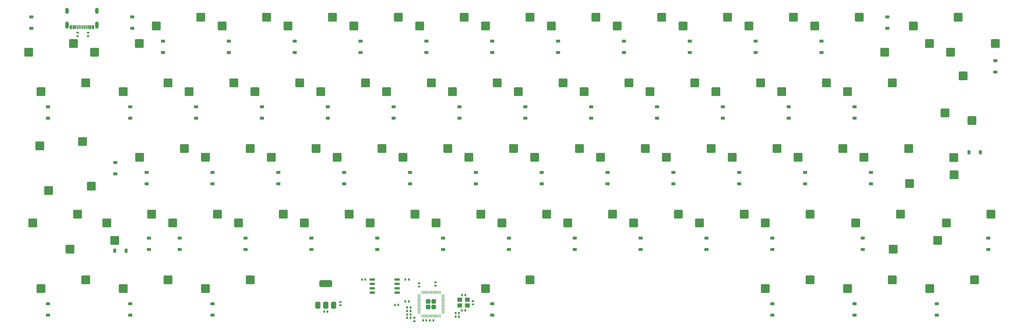
<source format=gbr>
%TF.GenerationSoftware,KiCad,Pcbnew,8.0.4*%
%TF.CreationDate,2024-09-09T16:00:28+08:00*%
%TF.ProjectId,PH60_Rev3,50483630-5f52-4657-9633-2e6b69636164,rev?*%
%TF.SameCoordinates,PX1b40518PY1b40518*%
%TF.FileFunction,Paste,Bot*%
%TF.FilePolarity,Positive*%
%FSLAX46Y46*%
G04 Gerber Fmt 4.6, Leading zero omitted, Abs format (unit mm)*
G04 Created by KiCad (PCBNEW 8.0.4) date 2024-09-09 16:00:28*
%MOMM*%
%LPD*%
G01*
G04 APERTURE LIST*
G04 Aperture macros list*
%AMRoundRect*
0 Rectangle with rounded corners*
0 $1 Rounding radius*
0 $2 $3 $4 $5 $6 $7 $8 $9 X,Y pos of 4 corners*
0 Add a 4 corners polygon primitive as box body*
4,1,4,$2,$3,$4,$5,$6,$7,$8,$9,$2,$3,0*
0 Add four circle primitives for the rounded corners*
1,1,$1+$1,$2,$3*
1,1,$1+$1,$4,$5*
1,1,$1+$1,$6,$7*
1,1,$1+$1,$8,$9*
0 Add four rect primitives between the rounded corners*
20,1,$1+$1,$2,$3,$4,$5,0*
20,1,$1+$1,$4,$5,$6,$7,0*
20,1,$1+$1,$6,$7,$8,$9,0*
20,1,$1+$1,$8,$9,$2,$3,0*%
G04 Aperture macros list end*
%ADD10RoundRect,0.250000X-1.025000X-1.000000X1.025000X-1.000000X1.025000X1.000000X-1.025000X1.000000X0*%
%ADD11RoundRect,0.250000X1.000000X-1.025000X1.000000X1.025000X-1.000000X1.025000X-1.000000X-1.025000X0*%
%ADD12RoundRect,0.250000X1.025000X1.000000X-1.025000X1.000000X-1.025000X-1.000000X1.025000X-1.000000X0*%
%ADD13RoundRect,0.250000X-1.000000X1.025000X-1.000000X-1.025000X1.000000X-1.025000X1.000000X1.025000X0*%
%ADD14RoundRect,0.140000X-0.140000X-0.170000X0.140000X-0.170000X0.140000X0.170000X-0.140000X0.170000X0*%
%ADD15RoundRect,0.225000X0.375000X-0.225000X0.375000X0.225000X-0.375000X0.225000X-0.375000X-0.225000X0*%
%ADD16RoundRect,0.135000X-0.185000X0.135000X-0.185000X-0.135000X0.185000X-0.135000X0.185000X0.135000X0*%
%ADD17RoundRect,0.135000X-0.135000X-0.185000X0.135000X-0.185000X0.135000X0.185000X-0.135000X0.185000X0*%
%ADD18RoundRect,0.140000X0.140000X0.170000X-0.140000X0.170000X-0.140000X-0.170000X0.140000X-0.170000X0*%
%ADD19RoundRect,0.135000X0.135000X0.185000X-0.135000X0.185000X-0.135000X-0.185000X0.135000X-0.185000X0*%
%ADD20RoundRect,0.225000X-0.375000X0.225000X-0.375000X-0.225000X0.375000X-0.225000X0.375000X0.225000X0*%
%ADD21RoundRect,0.150000X0.650000X0.150000X-0.650000X0.150000X-0.650000X-0.150000X0.650000X-0.150000X0*%
%ADD22RoundRect,0.140000X0.170000X-0.140000X0.170000X0.140000X-0.170000X0.140000X-0.170000X-0.140000X0*%
%ADD23RoundRect,0.225000X0.225000X0.375000X-0.225000X0.375000X-0.225000X-0.375000X0.225000X-0.375000X0*%
%ADD24R,1.400000X1.200000*%
%ADD25RoundRect,0.375000X0.375000X-0.625000X0.375000X0.625000X-0.375000X0.625000X-0.375000X-0.625000X0*%
%ADD26RoundRect,0.500000X1.400000X-0.500000X1.400000X0.500000X-1.400000X0.500000X-1.400000X-0.500000X0*%
%ADD27RoundRect,0.140000X-0.170000X0.140000X-0.170000X-0.140000X0.170000X-0.140000X0.170000X0.140000X0*%
%ADD28RoundRect,0.150000X-0.150000X-0.425000X0.150000X-0.425000X0.150000X0.425000X-0.150000X0.425000X0*%
%ADD29RoundRect,0.075000X-0.075000X-0.500000X0.075000X-0.500000X0.075000X0.500000X-0.075000X0.500000X0*%
%ADD30O,1.000000X1.800000*%
%ADD31O,1.000000X2.100000*%
%ADD32RoundRect,0.249999X-0.395001X0.395001X-0.395001X-0.395001X0.395001X-0.395001X0.395001X0.395001X0*%
%ADD33RoundRect,0.050000X-0.050000X0.387500X-0.050000X-0.387500X0.050000X-0.387500X0.050000X0.387500X0*%
%ADD34RoundRect,0.050000X-0.387500X0.050000X-0.387500X-0.050000X0.387500X-0.050000X0.387500X0.050000X0*%
G04 APERTURE END LIST*
D10*
%TO.C,S52*%
X178652500Y-64135000D03*
X191579500Y-61595000D03*
%TD*%
%TO.C,S16*%
X31015000Y-26035000D03*
X43942000Y-23495000D03*
%TD*%
D11*
%TO.C,S29*%
X9366250Y-54710000D03*
X6826250Y-41783000D03*
%TD*%
D10*
%TO.C,S10*%
X173890000Y-6985000D03*
X186817000Y-4445000D03*
%TD*%
%TO.C,S14*%
X259615000Y-6985000D03*
X272542000Y-4445000D03*
%TD*%
%TO.C,S63*%
X264377500Y-83185000D03*
X277304500Y-80645000D03*
%TD*%
%TO.C,S24*%
X183415000Y-26035000D03*
X196342000Y-23495000D03*
%TD*%
%TO.C,S61*%
X216752500Y-83185000D03*
X229679500Y-80645000D03*
%TD*%
%TO.C,S47*%
X83402500Y-64135000D03*
X96329500Y-61595000D03*
%TD*%
D12*
%TO.C,S41*%
X271403750Y-50165000D03*
X258476750Y-52705000D03*
%TD*%
D10*
%TO.C,S30*%
X35777500Y-45085000D03*
X48704500Y-42545000D03*
%TD*%
D11*
%TO.C,S28*%
X271303750Y-45185000D03*
X268763750Y-32258000D03*
%TD*%
D12*
%TO.C,S43*%
X28516250Y-69215000D03*
X15589250Y-71755000D03*
%TD*%
D10*
%TO.C,S33*%
X92927500Y-45085000D03*
X105854500Y-42545000D03*
%TD*%
%TO.C,S7*%
X116740000Y-6985000D03*
X129667000Y-4445000D03*
%TD*%
%TO.C,S23*%
X164365000Y-26035000D03*
X177292000Y-23495000D03*
%TD*%
%TO.C,S26*%
X221515000Y-26035000D03*
X234442000Y-23495000D03*
%TD*%
%TO.C,S48*%
X102452500Y-64135000D03*
X115379500Y-61595000D03*
%TD*%
%TO.C,S50*%
X140552500Y-64135000D03*
X153479500Y-61595000D03*
%TD*%
%TO.C,S62*%
X240565000Y-83185000D03*
X253492000Y-80645000D03*
%TD*%
%TO.C,S55*%
X242946250Y-64135000D03*
X255873250Y-61595000D03*
%TD*%
D13*
%TO.C,S28*%
X274002500Y-21490000D03*
X276542500Y-34417000D03*
%TD*%
%TO.C,S29*%
X19208750Y-40540000D03*
X21748750Y-53467000D03*
%TD*%
D10*
%TO.C,S36*%
X150077500Y-45085000D03*
X163004500Y-42545000D03*
%TD*%
%TO.C,S53*%
X197702500Y-64135000D03*
X210629500Y-61595000D03*
%TD*%
%TO.C,S4*%
X59590000Y-6985000D03*
X72517000Y-4445000D03*
%TD*%
%TO.C,S11*%
X192940000Y-6985000D03*
X205867000Y-4445000D03*
%TD*%
%TO.C,S3*%
X40540000Y-6985000D03*
X53467000Y-4445000D03*
%TD*%
%TO.C,S37*%
X169127500Y-45085000D03*
X182054500Y-42545000D03*
%TD*%
%TO.C,S27*%
X240565000Y-26035000D03*
X253492000Y-23495000D03*
%TD*%
%TO.C,S13*%
X231040000Y-6985000D03*
X243967000Y-4445000D03*
%TD*%
%TO.C,S49*%
X121502500Y-64135000D03*
X134429500Y-61595000D03*
%TD*%
%TO.C,S38*%
X188177500Y-45085000D03*
X201104500Y-42545000D03*
%TD*%
%TO.C,S5*%
X78640000Y-6985000D03*
X91567000Y-4445000D03*
%TD*%
%TO.C,S54*%
X216752500Y-64135000D03*
X229679500Y-61595000D03*
%TD*%
%TO.C,S41*%
X245327500Y-45085000D03*
X258254500Y-42545000D03*
%TD*%
D12*
%TO.C,S1*%
X16610000Y-12065000D03*
X3683000Y-14605000D03*
%TD*%
D10*
%TO.C,S39*%
X207227500Y-45085000D03*
X220154500Y-42545000D03*
%TD*%
%TO.C,S8*%
X135790000Y-6985000D03*
X148717000Y-4445000D03*
%TD*%
%TO.C,S9*%
X154840000Y-6985000D03*
X167767000Y-4445000D03*
%TD*%
%TO.C,S59*%
X54827500Y-83185000D03*
X67754500Y-80645000D03*
%TD*%
%TO.C,S32*%
X73877500Y-45085000D03*
X86804500Y-42545000D03*
%TD*%
%TO.C,S17*%
X50065000Y-26035000D03*
X62992000Y-23495000D03*
%TD*%
D12*
%TO.C,S2*%
X35660000Y-12065000D03*
X22733000Y-14605000D03*
%TD*%
D10*
%TO.C,S58*%
X31015000Y-83185000D03*
X43942000Y-80645000D03*
%TD*%
D12*
%TO.C,S14*%
X264260000Y-12065000D03*
X251333000Y-14605000D03*
%TD*%
D10*
%TO.C,S15*%
X7202500Y-26035000D03*
X20129500Y-23495000D03*
%TD*%
%TO.C,S51*%
X159602500Y-64135000D03*
X172529500Y-61595000D03*
%TD*%
%TO.C,S34*%
X111977500Y-45085000D03*
X124904500Y-42545000D03*
%TD*%
%TO.C,S40*%
X226277500Y-45085000D03*
X239204500Y-42545000D03*
%TD*%
%TO.C,S12*%
X211990000Y-6985000D03*
X224917000Y-4445000D03*
%TD*%
%TO.C,S57*%
X7202500Y-83185000D03*
X20129500Y-80645000D03*
%TD*%
%TO.C,S18*%
X69115000Y-26035000D03*
X82042000Y-23495000D03*
%TD*%
%TO.C,S35*%
X131027500Y-45085000D03*
X143954500Y-42545000D03*
%TD*%
%TO.C,S45*%
X45302500Y-64135000D03*
X58229500Y-61595000D03*
%TD*%
%TO.C,S21*%
X126265000Y-26035000D03*
X139192000Y-23495000D03*
%TD*%
%TO.C,S22*%
X145315000Y-26035000D03*
X158242000Y-23495000D03*
%TD*%
%TO.C,S56*%
X269140000Y-64135000D03*
X282067000Y-61595000D03*
%TD*%
D12*
%TO.C,S42*%
X283310000Y-12065000D03*
X270383000Y-14605000D03*
%TD*%
D10*
%TO.C,S60*%
X135790000Y-83185000D03*
X148717000Y-80645000D03*
%TD*%
%TO.C,S46*%
X64352500Y-64135000D03*
X77279500Y-61595000D03*
%TD*%
D12*
%TO.C,S55*%
X266641250Y-69215000D03*
X253714250Y-71755000D03*
%TD*%
D10*
%TO.C,S19*%
X88165000Y-26035000D03*
X101092000Y-23495000D03*
%TD*%
%TO.C,S44*%
X26252500Y-64135000D03*
X39179500Y-61595000D03*
%TD*%
%TO.C,S20*%
X107215000Y-26035000D03*
X120142000Y-23495000D03*
%TD*%
%TO.C,S43*%
X4821250Y-64135000D03*
X17748250Y-61595000D03*
%TD*%
%TO.C,S6*%
X97690000Y-6985000D03*
X110617000Y-4445000D03*
%TD*%
%TO.C,S31*%
X54827500Y-45085000D03*
X67754500Y-42545000D03*
%TD*%
%TO.C,S25*%
X202465000Y-26035000D03*
X215392000Y-23495000D03*
%TD*%
D14*
%TO.C,C1*%
X89132500Y-89900000D03*
X90092500Y-89900000D03*
%TD*%
D15*
%TO.C,D40*%
X228282500Y-52805000D03*
X228282500Y-49505000D03*
%TD*%
%TO.C,D57*%
X9207500Y-90905000D03*
X9207500Y-87605000D03*
%TD*%
D16*
%TO.C,R6*%
X17800000Y-8945000D03*
X17800000Y-9965000D03*
%TD*%
D15*
%TO.C,D12*%
X213995000Y-14705000D03*
X213995000Y-11405000D03*
%TD*%
%TO.C,D37*%
X171132500Y-52805000D03*
X171132500Y-49505000D03*
%TD*%
%TO.C,D22*%
X147320000Y-33755000D03*
X147320000Y-30455000D03*
%TD*%
%TO.C,D25*%
X204470000Y-33755000D03*
X204470000Y-30455000D03*
%TD*%
%TO.C,D16*%
X33020000Y-33755000D03*
X33020000Y-30455000D03*
%TD*%
%TO.C,D63*%
X266382500Y-90905000D03*
X266382500Y-87605000D03*
%TD*%
D14*
%TO.C,C6*%
X127152500Y-91300000D03*
X128112500Y-91300000D03*
%TD*%
D17*
%TO.C,R3*%
X113115000Y-88700000D03*
X114135000Y-88700000D03*
%TD*%
D14*
%TO.C,C13*%
X117770000Y-92400000D03*
X118730000Y-92400000D03*
%TD*%
D15*
%TO.C,D24*%
X185420000Y-33755000D03*
X185420000Y-30455000D03*
%TD*%
%TO.C,D21*%
X128270000Y-33755000D03*
X128270000Y-30455000D03*
%TD*%
%TO.C,D44*%
X38417500Y-71855000D03*
X38417500Y-68555000D03*
%TD*%
%TO.C,D23*%
X166370000Y-33755000D03*
X166370000Y-30455000D03*
%TD*%
%TO.C,D42*%
X283310000Y-20365000D03*
X283310000Y-17065000D03*
%TD*%
%TO.C,D36*%
X152082500Y-52805000D03*
X152082500Y-49505000D03*
%TD*%
%TO.C,D29*%
X28750000Y-49900000D03*
X28750000Y-46600000D03*
%TD*%
D17*
%TO.C,R4*%
X113115000Y-89700000D03*
X114135000Y-89700000D03*
%TD*%
D18*
%TO.C,C8*%
X114105000Y-90700000D03*
X113145000Y-90700000D03*
%TD*%
D14*
%TO.C,C9*%
X127152500Y-90300000D03*
X128112500Y-90300000D03*
%TD*%
D19*
%TO.C,R1*%
X113622500Y-80610000D03*
X112602500Y-80610000D03*
%TD*%
D15*
%TO.C,D46*%
X66357500Y-71855000D03*
X66357500Y-68555000D03*
%TD*%
%TO.C,D50*%
X142557500Y-71855000D03*
X142557500Y-68555000D03*
%TD*%
D20*
%TO.C,D2*%
X33655000Y-4345000D03*
X33655000Y-7645000D03*
%TD*%
D15*
%TO.C,D38*%
X190182500Y-52805000D03*
X190182500Y-49505000D03*
%TD*%
D20*
%TO.C,D1*%
X4445000Y-4345000D03*
X4445000Y-7645000D03*
%TD*%
D21*
%TO.C,U2*%
X110250000Y-80610000D03*
X110250000Y-81880000D03*
X110250000Y-83150000D03*
X110250000Y-84420000D03*
X103050000Y-84420000D03*
X103050000Y-83150000D03*
X103050000Y-81880000D03*
X103050000Y-80610000D03*
%TD*%
D15*
%TO.C,D26*%
X223520000Y-33755000D03*
X223520000Y-30455000D03*
%TD*%
%TO.C,D56*%
X281305000Y-71855000D03*
X281305000Y-68555000D03*
%TD*%
%TO.C,D58*%
X33020000Y-90905000D03*
X33020000Y-87605000D03*
%TD*%
D18*
%TO.C,C7*%
X113592500Y-86900000D03*
X112632500Y-86900000D03*
%TD*%
D15*
%TO.C,D49*%
X123507500Y-71855000D03*
X123507500Y-68555000D03*
%TD*%
%TO.C,D61*%
X218757500Y-90905000D03*
X218757500Y-87605000D03*
%TD*%
D22*
%TO.C,C5*%
X121300000Y-82380000D03*
X121300000Y-81420000D03*
%TD*%
D14*
%TO.C,C2*%
X129020000Y-85050000D03*
X129980000Y-85050000D03*
%TD*%
D15*
%TO.C,D17*%
X52070000Y-33755000D03*
X52070000Y-30455000D03*
%TD*%
D23*
%TO.C,D43*%
X31816250Y-72215000D03*
X28516250Y-72215000D03*
%TD*%
D24*
%TO.C,Y1*%
X130600000Y-88150000D03*
X128400000Y-88150000D03*
X128400000Y-86450000D03*
X130600000Y-86450000D03*
%TD*%
D25*
%TO.C,U1*%
X91912500Y-88050000D03*
X89612500Y-88050000D03*
X87312500Y-88050000D03*
D26*
X89612500Y-81750000D03*
%TD*%
D15*
%TO.C,D10*%
X175895000Y-14705000D03*
X175895000Y-11405000D03*
%TD*%
%TO.C,D52*%
X180657500Y-71855000D03*
X180657500Y-68555000D03*
%TD*%
%TO.C,D13*%
X233045000Y-14705000D03*
X233045000Y-11405000D03*
%TD*%
%TO.C,D18*%
X71120000Y-33755000D03*
X71120000Y-30455000D03*
%TD*%
D23*
%TO.C,D28*%
X279023750Y-43680000D03*
X275723750Y-43680000D03*
%TD*%
D15*
%TO.C,D60*%
X137795000Y-90905000D03*
X137795000Y-87605000D03*
%TD*%
%TO.C,D33*%
X94932500Y-52805000D03*
X94932500Y-49505000D03*
%TD*%
%TO.C,D20*%
X109220000Y-33755000D03*
X109220000Y-30455000D03*
%TD*%
D18*
%TO.C,C14*%
X101030000Y-80610000D03*
X100070000Y-80610000D03*
%TD*%
D15*
%TO.C,D19*%
X90170000Y-33755000D03*
X90170000Y-30455000D03*
%TD*%
%TO.C,D32*%
X75882500Y-52805000D03*
X75882500Y-49505000D03*
%TD*%
%TO.C,D27*%
X242570000Y-33755000D03*
X242570000Y-30455000D03*
%TD*%
D27*
%TO.C,C11*%
X115250000Y-91700000D03*
X115250000Y-92660000D03*
%TD*%
D15*
%TO.C,D15*%
X9207500Y-33755000D03*
X9207500Y-30455000D03*
%TD*%
%TO.C,D45*%
X47307500Y-71855000D03*
X47307500Y-68555000D03*
%TD*%
%TO.C,D6*%
X99695000Y-14705000D03*
X99695000Y-11405000D03*
%TD*%
D16*
%TO.C,R7*%
X20800000Y-8945000D03*
X20800000Y-9965000D03*
%TD*%
D15*
%TO.C,D59*%
X56832500Y-90905000D03*
X56832500Y-87605000D03*
%TD*%
%TO.C,D35*%
X133032500Y-52805000D03*
X133032500Y-49505000D03*
%TD*%
%TO.C,D3*%
X42545000Y-14705000D03*
X42545000Y-11405000D03*
%TD*%
%TO.C,D9*%
X156845000Y-14705000D03*
X156845000Y-11405000D03*
%TD*%
D22*
%TO.C,C12*%
X116612500Y-82630000D03*
X116612500Y-81670000D03*
%TD*%
D15*
%TO.C,D39*%
X209232500Y-52805000D03*
X209232500Y-49505000D03*
%TD*%
D22*
%TO.C,C3*%
X132150000Y-87780000D03*
X132150000Y-86820000D03*
%TD*%
D27*
%TO.C,C4*%
X93862500Y-87090000D03*
X93862500Y-88050000D03*
%TD*%
D18*
%TO.C,C16*%
X120730000Y-92400000D03*
X119770000Y-92400000D03*
%TD*%
D15*
%TO.C,D48*%
X104457500Y-71855000D03*
X104457500Y-68555000D03*
%TD*%
%TO.C,D31*%
X56832500Y-52805000D03*
X56832500Y-49505000D03*
%TD*%
%TO.C,D5*%
X80645000Y-14705000D03*
X80645000Y-11405000D03*
%TD*%
%TO.C,D8*%
X137795000Y-14705000D03*
X137795000Y-11405000D03*
%TD*%
D28*
%TO.C,J1*%
X15850000Y-7355000D03*
X16650000Y-7355000D03*
D29*
X17800000Y-7355000D03*
X18800000Y-7355000D03*
X19300000Y-7355000D03*
X20300000Y-7355000D03*
D28*
X21450000Y-7355000D03*
X22250000Y-7355000D03*
X22250000Y-7355000D03*
X21450000Y-7355000D03*
D29*
X20800000Y-7355000D03*
X19800000Y-7355000D03*
X18300000Y-7355000D03*
X17300000Y-7355000D03*
D28*
X16650000Y-7355000D03*
X15850000Y-7355000D03*
D30*
X14730000Y-2600000D03*
D31*
X14730000Y-6780000D03*
D30*
X23370000Y-2600000D03*
D31*
X23370000Y-6780000D03*
%TD*%
D18*
%TO.C,C15*%
X110592500Y-87900000D03*
X109632500Y-87900000D03*
%TD*%
D15*
%TO.C,D11*%
X194945000Y-14705000D03*
X194945000Y-11405000D03*
%TD*%
%TO.C,D51*%
X161607500Y-71855000D03*
X161607500Y-68555000D03*
%TD*%
%TO.C,D53*%
X199707500Y-71855000D03*
X199707500Y-68555000D03*
%TD*%
%TO.C,D41*%
X247332500Y-52805000D03*
X247332500Y-49505000D03*
%TD*%
%TO.C,D30*%
X37782500Y-52805000D03*
X37782500Y-49505000D03*
%TD*%
D32*
%TO.C,U3*%
X120862500Y-86900000D03*
X119262500Y-86900000D03*
X120862500Y-88500000D03*
X119262500Y-88500000D03*
D33*
X117462500Y-84262500D03*
X117862500Y-84262500D03*
X118262500Y-84262500D03*
X118662500Y-84262500D03*
X119062500Y-84262500D03*
X119462500Y-84262500D03*
X119862500Y-84262500D03*
X120262500Y-84262500D03*
X120662500Y-84262500D03*
X121062500Y-84262500D03*
X121462500Y-84262500D03*
X121862500Y-84262500D03*
X122262500Y-84262500D03*
X122662500Y-84262500D03*
D34*
X123500000Y-85100000D03*
X123500000Y-85500000D03*
X123500000Y-85900000D03*
X123500000Y-86300000D03*
X123500000Y-86700000D03*
X123500000Y-87100000D03*
X123500000Y-87500000D03*
X123500000Y-87900000D03*
X123500000Y-88300000D03*
X123500000Y-88700000D03*
X123500000Y-89100000D03*
X123500000Y-89500000D03*
X123500000Y-89900000D03*
X123500000Y-90300000D03*
D33*
X122662500Y-91137500D03*
X122262500Y-91137500D03*
X121862500Y-91137500D03*
X121462500Y-91137500D03*
X121062500Y-91137500D03*
X120662500Y-91137500D03*
X120262500Y-91137500D03*
X119862500Y-91137500D03*
X119462500Y-91137500D03*
X119062500Y-91137500D03*
X118662500Y-91137500D03*
X118262500Y-91137500D03*
X117862500Y-91137500D03*
X117462500Y-91137500D03*
D34*
X116625000Y-90300000D03*
X116625000Y-89900000D03*
X116625000Y-89500000D03*
X116625000Y-89100000D03*
X116625000Y-88700000D03*
X116625000Y-88300000D03*
X116625000Y-87900000D03*
X116625000Y-87500000D03*
X116625000Y-87100000D03*
X116625000Y-86700000D03*
X116625000Y-86300000D03*
X116625000Y-85900000D03*
X116625000Y-85500000D03*
X116625000Y-85100000D03*
%TD*%
D15*
%TO.C,D47*%
X85407500Y-71855000D03*
X85407500Y-68555000D03*
%TD*%
%TO.C,D7*%
X118745000Y-14705000D03*
X118745000Y-11405000D03*
%TD*%
D19*
%TO.C,R5*%
X130010000Y-89550000D03*
X128990000Y-89550000D03*
%TD*%
D15*
%TO.C,D54*%
X218757500Y-71855000D03*
X218757500Y-68555000D03*
%TD*%
D20*
%TO.C,D14*%
X252095000Y-4345000D03*
X252095000Y-7645000D03*
%TD*%
D15*
%TO.C,D34*%
X113982500Y-52805000D03*
X113982500Y-49505000D03*
%TD*%
%TO.C,D55*%
X244951250Y-71855000D03*
X244951250Y-68555000D03*
%TD*%
%TO.C,D62*%
X242570000Y-90905000D03*
X242570000Y-87605000D03*
%TD*%
%TO.C,D4*%
X61595000Y-14705000D03*
X61595000Y-11405000D03*
%TD*%
D18*
%TO.C,C10*%
X114105000Y-91700000D03*
X113145000Y-91700000D03*
%TD*%
M02*

</source>
